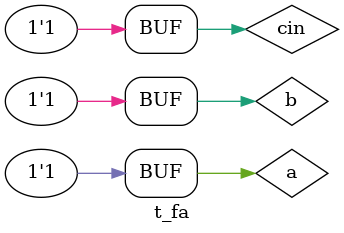
<source format=v>
module fa(s,c,a,b,cin);
  output s,c;
  input a,b,cin;
  wire w1,w2,w3;
  
  ha a1(w1,w2,a,b);
  ha a2(s,w3,w1,cin);
  or_gate a3(c,w2,w3);
endmodule


  //tst bnch

module t_fa();
  wire s,c;
  reg a,b,cin;
    fa a1(s,c,a,b,cin);
  
  initial
  begin
    a=1'b0;
    b=1'b0;
    cin=1'b0;
    #25;
    a=1'b0;
    b=1'b0;
    cin=1'b1;
    #25;
    a=1'b0;
    b=1'b1;
    cin=1'b0;
    #25;
    a=1'b0;
    b=1'b1;
    cin=1'b1;
    #25;
    a=1'b1;
    b=1'b0;
    cin=1'b0;
    #25;
    a=1'b1;
    b=1'b0;
    cin=1'b1;
    #25;
    a=1'b1;
    b=1'b1;
    cin=1'b0;
    #25;
    a=1'b1;
    b=1'b1;
    cin=1'b1;
    #25;
  end
endmodule
</source>
